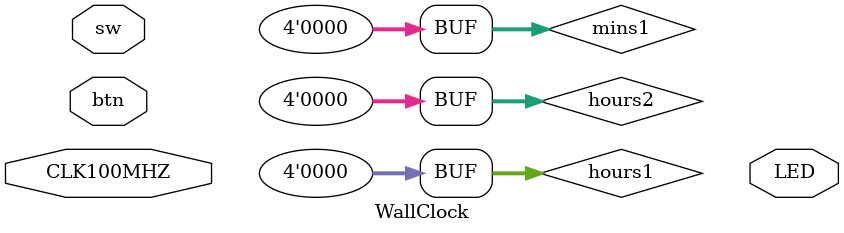
<source format=v>
`timescale 1ns / 1ps



module WallClock(
	//inputs - these will depend on your board's constraint files
	input CLK100MHZ, //Input clock of 100MHz
	input [1:0] sw,  //Input switches - not sure if useful
	input [2:0] btn, //Input Buttons: IncMin, IncHour, Reset.
	
	//outputs - these will depend on your board's constraint files
	output [5:0] LED //Seconds Display
);

	//Add the reset
	//Call the delay reset module with necessary inputs


	//Add and debounce the buttons
	wire MButton;
	wire HButton;
	
	// Instantiate Debounce modules here
	
	// registers for storing the time
    reg [3:0]hours1=4'd0;
	reg [3:0]hours2=4'd0;
	reg [3:0]mins1=4'd0;
	reg [3:0]mins1=4'd0;
    
	//Initialize seven segment
	// You will need to change some signals depending on you constraints
/*	SS_Driver SS_Driver1(
		<clock_signal>, <reset_signal>,
		4'd1, 4'd2, 4'd3, 4'd4, // Use temporary test values before adding hours2, hours1, mins2, mins1
		SegmentDrivers, SevenSegment
	);*/
	
	//The main logic
	always @(posedge CLK100MHZ) begin
		// implement your logic here
	end
endmodule  

</source>
